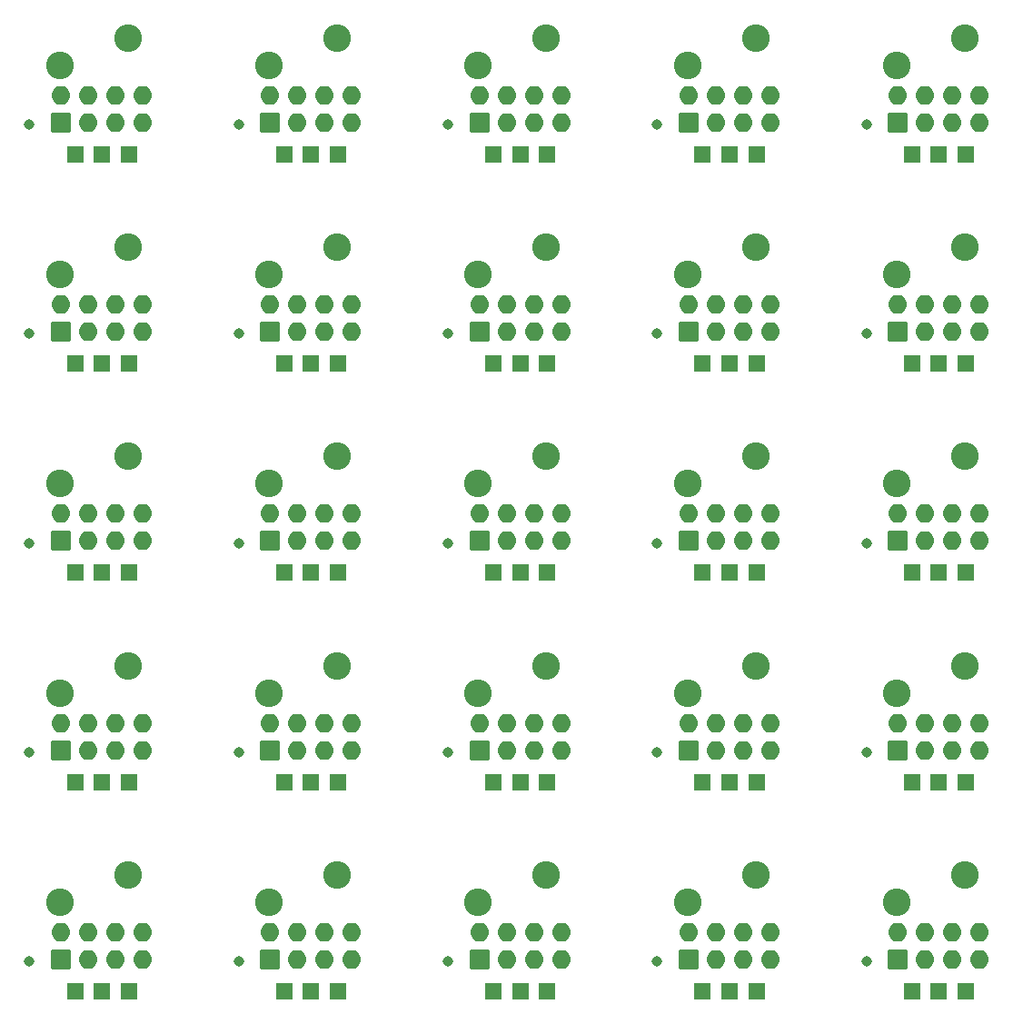
<source format=gts>
G04 #@! TF.GenerationSoftware,KiCad,Pcbnew,8.0.0-8.0.0-1~ubuntu22.04.1*
G04 #@! TF.CreationDate,2024-03-04T18:16:01+01:00*
G04 #@! TF.ProjectId,1x1_panel,3178315f-7061-46e6-956c-2e6b69636164,rev?*
G04 #@! TF.SameCoordinates,Original*
G04 #@! TF.FileFunction,Soldermask,Top*
G04 #@! TF.FilePolarity,Negative*
%FSLAX46Y46*%
G04 Gerber Fmt 4.6, Leading zero omitted, Abs format (unit mm)*
G04 Created by KiCad (PCBNEW 8.0.0-8.0.0-1~ubuntu22.04.1) date 2024-03-04 18:16:01*
%MOMM*%
%LPD*%
G01*
G04 APERTURE LIST*
G04 Aperture macros list*
%AMRoundRect*
0 Rectangle with rounded corners*
0 $1 Rounding radius*
0 $2 $3 $4 $5 $6 $7 $8 $9 X,Y pos of 4 corners*
0 Add a 4 corners polygon primitive as box body*
4,1,4,$2,$3,$4,$5,$6,$7,$8,$9,$2,$3,0*
0 Add four circle primitives for the rounded corners*
1,1,$1+$1,$2,$3*
1,1,$1+$1,$4,$5*
1,1,$1+$1,$6,$7*
1,1,$1+$1,$8,$9*
0 Add four rect primitives between the rounded corners*
20,1,$1+$1,$2,$3,$4,$5,0*
20,1,$1+$1,$4,$5,$6,$7,0*
20,1,$1+$1,$6,$7,$8,$9,0*
20,1,$1+$1,$8,$9,$2,$3,0*%
G04 Aperture macros list end*
%ADD10RoundRect,0.038000X-0.850000X0.850000X-0.850000X-0.850000X0.850000X-0.850000X0.850000X0.850000X0*%
%ADD11O,1.776000X1.776000*%
%ADD12RoundRect,0.038000X-0.750000X-0.750000X0.750000X-0.750000X0.750000X0.750000X-0.750000X0.750000X0*%
%ADD13C,2.576000*%
%ADD14C,0.976000*%
G04 APERTURE END LIST*
D10*
X23950000Y-9540000D03*
D11*
X23950000Y-7000000D03*
X26490000Y-9540000D03*
X26490000Y-7000000D03*
X29030000Y-9540000D03*
X29030000Y-7000000D03*
X31570000Y-9540000D03*
X31570000Y-7000000D03*
D12*
X25250000Y-12500000D03*
X30250000Y-12500000D03*
D13*
X23815000Y-4210000D03*
X30165000Y-1670000D03*
D12*
X27750000Y-12500000D03*
D10*
X82450000Y-87540000D03*
D11*
X82450000Y-85000000D03*
X84990000Y-87540000D03*
X84990000Y-85000000D03*
X87530000Y-87540000D03*
X87530000Y-85000000D03*
X90070000Y-87540000D03*
X90070000Y-85000000D03*
D12*
X83750000Y-90500000D03*
X88750000Y-90500000D03*
D13*
X82315000Y-82210000D03*
X88665000Y-79670000D03*
D12*
X86250000Y-90500000D03*
D10*
X62950000Y-87540000D03*
D11*
X62950000Y-85000000D03*
X65490000Y-87540000D03*
X65490000Y-85000000D03*
X68030000Y-87540000D03*
X68030000Y-85000000D03*
X70570000Y-87540000D03*
X70570000Y-85000000D03*
D12*
X66750000Y-90500000D03*
X64250000Y-90500000D03*
X69250000Y-90500000D03*
D13*
X62815000Y-82210000D03*
X69165000Y-79670000D03*
D10*
X43450000Y-87540000D03*
D11*
X43450000Y-85000000D03*
X45990000Y-87540000D03*
X45990000Y-85000000D03*
X48530000Y-87540000D03*
X48530000Y-85000000D03*
X51070000Y-87540000D03*
X51070000Y-85000000D03*
D12*
X44750000Y-90500000D03*
X49750000Y-90500000D03*
D13*
X43315000Y-82210000D03*
X49665000Y-79670000D03*
D12*
X47250000Y-90500000D03*
D10*
X23950000Y-87540000D03*
D11*
X23950000Y-85000000D03*
X26490000Y-87540000D03*
X26490000Y-85000000D03*
X29030000Y-87540000D03*
X29030000Y-85000000D03*
X31570000Y-87540000D03*
X31570000Y-85000000D03*
D12*
X25250000Y-90500000D03*
X30250000Y-90500000D03*
X27750000Y-90500000D03*
D13*
X23815000Y-82210000D03*
X30165000Y-79670000D03*
D10*
X4450000Y-87540000D03*
D11*
X4450000Y-85000000D03*
X6990000Y-87540000D03*
X6990000Y-85000000D03*
X9530000Y-87540000D03*
X9530000Y-85000000D03*
X12070000Y-87540000D03*
X12070000Y-85000000D03*
D13*
X4315000Y-82210000D03*
X10665000Y-79670000D03*
D12*
X8250000Y-90500000D03*
X5750000Y-90500000D03*
X10750000Y-90500000D03*
X86250000Y-71000000D03*
D10*
X82450000Y-68040000D03*
D11*
X82450000Y-65500000D03*
X84990000Y-68040000D03*
X84990000Y-65500000D03*
X87530000Y-68040000D03*
X87530000Y-65500000D03*
X90070000Y-68040000D03*
X90070000Y-65500000D03*
D12*
X83750000Y-71000000D03*
X88750000Y-71000000D03*
D13*
X82315000Y-62710000D03*
X88665000Y-60170000D03*
D10*
X62950000Y-68040000D03*
D11*
X62950000Y-65500000D03*
X65490000Y-68040000D03*
X65490000Y-65500000D03*
X68030000Y-68040000D03*
X68030000Y-65500000D03*
X70570000Y-68040000D03*
X70570000Y-65500000D03*
D13*
X62815000Y-62710000D03*
X69165000Y-60170000D03*
D12*
X64250000Y-71000000D03*
X69250000Y-71000000D03*
X66750000Y-71000000D03*
D10*
X43450000Y-68040000D03*
D11*
X43450000Y-65500000D03*
X45990000Y-68040000D03*
X45990000Y-65500000D03*
X48530000Y-68040000D03*
X48530000Y-65500000D03*
X51070000Y-68040000D03*
X51070000Y-65500000D03*
D12*
X47250000Y-71000000D03*
X44750000Y-71000000D03*
X49750000Y-71000000D03*
D13*
X43315000Y-62710000D03*
X49665000Y-60170000D03*
D10*
X23950000Y-68040000D03*
D11*
X23950000Y-65500000D03*
X26490000Y-68040000D03*
X26490000Y-65500000D03*
X29030000Y-68040000D03*
X29030000Y-65500000D03*
X31570000Y-68040000D03*
X31570000Y-65500000D03*
D12*
X25250000Y-71000000D03*
X30250000Y-71000000D03*
D13*
X23815000Y-62710000D03*
X30165000Y-60170000D03*
D12*
X27750000Y-71000000D03*
D10*
X4450000Y-68040000D03*
D11*
X4450000Y-65500000D03*
X6990000Y-68040000D03*
X6990000Y-65500000D03*
X9530000Y-68040000D03*
X9530000Y-65500000D03*
X12070000Y-68040000D03*
X12070000Y-65500000D03*
D12*
X5750000Y-71000000D03*
X10750000Y-71000000D03*
D13*
X4315000Y-62710000D03*
X10665000Y-60170000D03*
D12*
X8250000Y-71000000D03*
D10*
X82450000Y-48540000D03*
D11*
X82450000Y-46000000D03*
X84990000Y-48540000D03*
X84990000Y-46000000D03*
X87530000Y-48540000D03*
X87530000Y-46000000D03*
X90070000Y-48540000D03*
X90070000Y-46000000D03*
D12*
X83750000Y-51500000D03*
D13*
X82315000Y-43210000D03*
X88665000Y-40670000D03*
D12*
X88750000Y-51500000D03*
X86250000Y-51500000D03*
D10*
X62950000Y-48540000D03*
D11*
X62950000Y-46000000D03*
X65490000Y-48540000D03*
X65490000Y-46000000D03*
X68030000Y-48540000D03*
X68030000Y-46000000D03*
X70570000Y-48540000D03*
X70570000Y-46000000D03*
D12*
X66750000Y-51500000D03*
D13*
X62815000Y-43210000D03*
X69165000Y-40670000D03*
D12*
X64250000Y-51500000D03*
X69250000Y-51500000D03*
D10*
X43450000Y-48540000D03*
D11*
X43450000Y-46000000D03*
X45990000Y-48540000D03*
X45990000Y-46000000D03*
X48530000Y-48540000D03*
X48530000Y-46000000D03*
X51070000Y-48540000D03*
X51070000Y-46000000D03*
D12*
X49750000Y-51500000D03*
X44750000Y-51500000D03*
D13*
X43315000Y-43210000D03*
X49665000Y-40670000D03*
D12*
X47250000Y-51500000D03*
D10*
X23950000Y-48540000D03*
D11*
X23950000Y-46000000D03*
X26490000Y-48540000D03*
X26490000Y-46000000D03*
X29030000Y-48540000D03*
X29030000Y-46000000D03*
X31570000Y-48540000D03*
X31570000Y-46000000D03*
D12*
X25250000Y-51500000D03*
X30250000Y-51500000D03*
D13*
X23815000Y-43210000D03*
X30165000Y-40670000D03*
D12*
X27750000Y-51500000D03*
D10*
X4450000Y-48540000D03*
D11*
X4450000Y-46000000D03*
X6990000Y-48540000D03*
X6990000Y-46000000D03*
X9530000Y-48540000D03*
X9530000Y-46000000D03*
X12070000Y-48540000D03*
X12070000Y-46000000D03*
D12*
X5750000Y-51500000D03*
X10750000Y-51500000D03*
D13*
X4315000Y-43210000D03*
X10665000Y-40670000D03*
D12*
X8250000Y-51500000D03*
D10*
X82450000Y-29040000D03*
D11*
X82450000Y-26500000D03*
X84990000Y-29040000D03*
X84990000Y-26500000D03*
X87530000Y-29040000D03*
X87530000Y-26500000D03*
X90070000Y-29040000D03*
X90070000Y-26500000D03*
D12*
X88750000Y-32000000D03*
X83750000Y-32000000D03*
X86250000Y-32000000D03*
D13*
X82315000Y-23710000D03*
X88665000Y-21170000D03*
D12*
X69250000Y-32000000D03*
D10*
X62950000Y-29040000D03*
D11*
X62950000Y-26500000D03*
X65490000Y-29040000D03*
X65490000Y-26500000D03*
X68030000Y-29040000D03*
X68030000Y-26500000D03*
X70570000Y-29040000D03*
X70570000Y-26500000D03*
D12*
X64250000Y-32000000D03*
D13*
X62815000Y-23710000D03*
X69165000Y-21170000D03*
D12*
X66750000Y-32000000D03*
D10*
X43450000Y-29040000D03*
D11*
X43450000Y-26500000D03*
X45990000Y-29040000D03*
X45990000Y-26500000D03*
X48530000Y-29040000D03*
X48530000Y-26500000D03*
X51070000Y-29040000D03*
X51070000Y-26500000D03*
D13*
X43315000Y-23710000D03*
X49665000Y-21170000D03*
D12*
X44750000Y-32000000D03*
X49750000Y-32000000D03*
X47250000Y-32000000D03*
D10*
X23950000Y-29040000D03*
D11*
X23950000Y-26500000D03*
X26490000Y-29040000D03*
X26490000Y-26500000D03*
X29030000Y-29040000D03*
X29030000Y-26500000D03*
X31570000Y-29040000D03*
X31570000Y-26500000D03*
D12*
X25250000Y-32000000D03*
X30250000Y-32000000D03*
D13*
X23815000Y-23710000D03*
X30165000Y-21170000D03*
D12*
X27750000Y-32000000D03*
D10*
X4450000Y-29040000D03*
D11*
X4450000Y-26500000D03*
X6990000Y-29040000D03*
X6990000Y-26500000D03*
X9530000Y-29040000D03*
X9530000Y-26500000D03*
X12070000Y-29040000D03*
X12070000Y-26500000D03*
D12*
X8250000Y-32000000D03*
X5750000Y-32000000D03*
X10750000Y-32000000D03*
D13*
X4315000Y-23710000D03*
X10665000Y-21170000D03*
D10*
X82450000Y-9540000D03*
D11*
X82450000Y-7000000D03*
X84990000Y-9540000D03*
X84990000Y-7000000D03*
X87530000Y-9540000D03*
X87530000Y-7000000D03*
X90070000Y-9540000D03*
X90070000Y-7000000D03*
D12*
X83750000Y-12500000D03*
X88750000Y-12500000D03*
D13*
X82315000Y-4210000D03*
X88665000Y-1670000D03*
D12*
X86250000Y-12500000D03*
D10*
X62950000Y-9540000D03*
D11*
X62950000Y-7000000D03*
X65490000Y-9540000D03*
X65490000Y-7000000D03*
X68030000Y-9540000D03*
X68030000Y-7000000D03*
X70570000Y-9540000D03*
X70570000Y-7000000D03*
D13*
X62815000Y-4210000D03*
X69165000Y-1670000D03*
D12*
X64250000Y-12500000D03*
X69250000Y-12500000D03*
X66750000Y-12500000D03*
D10*
X43450000Y-9540000D03*
D11*
X43450000Y-7000000D03*
X45990000Y-9540000D03*
X45990000Y-7000000D03*
X48530000Y-9540000D03*
X48530000Y-7000000D03*
X51070000Y-9540000D03*
X51070000Y-7000000D03*
D12*
X49750000Y-12500000D03*
X44750000Y-12500000D03*
D13*
X43315000Y-4210000D03*
X49665000Y-1670000D03*
D12*
X47250000Y-12500000D03*
X10750000Y-12500000D03*
X5750000Y-12500000D03*
X8250000Y-12500000D03*
D13*
X4315000Y-4210000D03*
X10665000Y-1670000D03*
D10*
X4450000Y-9540000D03*
D11*
X4450000Y-7000000D03*
X6990000Y-9540000D03*
X6990000Y-7000000D03*
X9530000Y-9540000D03*
X9530000Y-7000000D03*
X12070000Y-9540000D03*
X12070000Y-7000000D03*
D14*
X21000000Y-9750000D03*
X79500000Y-87750000D03*
X60000000Y-87750000D03*
X40500000Y-87750000D03*
X21000000Y-87750000D03*
X1500000Y-87750000D03*
X79500000Y-68250000D03*
X60000000Y-68250000D03*
X40500000Y-68250000D03*
X21000000Y-68250000D03*
X1500000Y-68250000D03*
X79500000Y-48750000D03*
X60000000Y-48750000D03*
X40500000Y-48750000D03*
X21000000Y-48750000D03*
X1500000Y-48750000D03*
X79500000Y-29250000D03*
X60000000Y-29250000D03*
X40500000Y-29250000D03*
X21000000Y-29250000D03*
X1500000Y-29250000D03*
X79500000Y-9750000D03*
X60000000Y-9750000D03*
X40500000Y-9750000D03*
X1500000Y-9750000D03*
M02*

</source>
